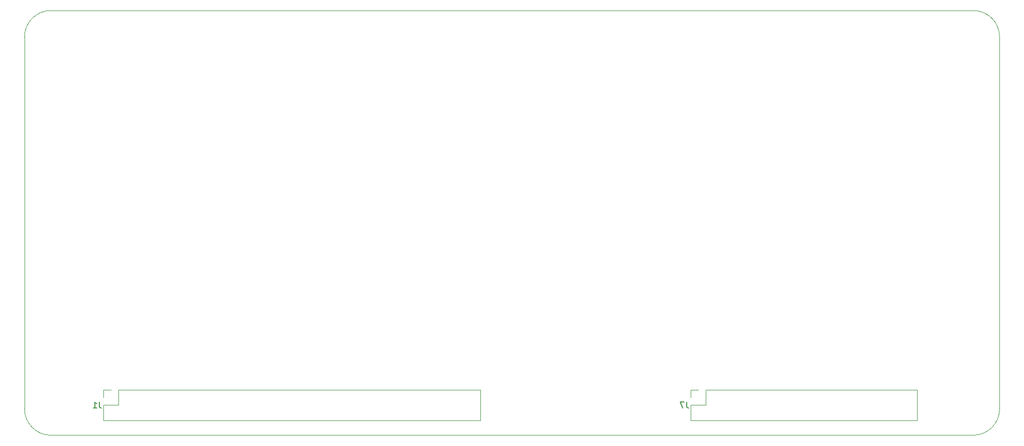
<source format=gbr>
G04 #@! TF.GenerationSoftware,KiCad,Pcbnew,(5.1.6)-1*
G04 #@! TF.CreationDate,2020-08-13T15:42:52-03:00*
G04 #@! TF.ProjectId,Jupiter-II_expansion,4a757069-7465-4722-9d49-495f65787061,rev?*
G04 #@! TF.SameCoordinates,Original*
G04 #@! TF.FileFunction,Legend,Bot*
G04 #@! TF.FilePolarity,Positive*
%FSLAX46Y46*%
G04 Gerber Fmt 4.6, Leading zero omitted, Abs format (unit mm)*
G04 Created by KiCad (PCBNEW (5.1.6)-1) date 2020-08-13 15:42:52*
%MOMM*%
%LPD*%
G01*
G04 APERTURE LIST*
G04 #@! TA.AperFunction,Profile*
%ADD10C,0.050000*%
G04 #@! TD*
%ADD11C,0.120000*%
%ADD12C,0.150000*%
G04 APERTURE END LIST*
D10*
X219075000Y-62865000D02*
G75*
G02*
X223520000Y-67310000I0J-4445000D01*
G01*
X59055000Y-67310000D02*
G75*
G02*
X63500000Y-62865000I4445000J0D01*
G01*
X219075000Y-62865000D02*
X63500000Y-62865000D01*
X223520000Y-130175000D02*
G75*
G02*
X219075000Y-134620000I-4445000J0D01*
G01*
X63500000Y-134620000D02*
G75*
G02*
X59055000Y-130175000I0J4445000D01*
G01*
X223520000Y-130175000D02*
X223520000Y-67310000D01*
X63500000Y-134620000D02*
X219075000Y-134620000D01*
X59055000Y-130175000D02*
X59055000Y-67310000D01*
D11*
X135950000Y-126940000D02*
X135950000Y-132140000D01*
X74930000Y-126940000D02*
X135950000Y-126940000D01*
X72330000Y-132140000D02*
X135950000Y-132140000D01*
X74930000Y-126940000D02*
X74930000Y-129540000D01*
X74930000Y-129540000D02*
X72330000Y-129540000D01*
X72330000Y-129540000D02*
X72330000Y-132140000D01*
X73660000Y-126940000D02*
X72330000Y-126940000D01*
X72330000Y-126940000D02*
X72330000Y-128270000D01*
X209610000Y-126940000D02*
X209610000Y-132140000D01*
X173990000Y-126940000D02*
X209610000Y-126940000D01*
X171390000Y-132140000D02*
X209610000Y-132140000D01*
X173990000Y-126940000D02*
X173990000Y-129540000D01*
X173990000Y-129540000D02*
X171390000Y-129540000D01*
X171390000Y-129540000D02*
X171390000Y-132140000D01*
X172720000Y-126940000D02*
X171390000Y-126940000D01*
X171390000Y-126940000D02*
X171390000Y-128270000D01*
D12*
X71663333Y-128992380D02*
X71663333Y-129706666D01*
X71710952Y-129849523D01*
X71806190Y-129944761D01*
X71949047Y-129992380D01*
X72044285Y-129992380D01*
X70663333Y-129992380D02*
X71234761Y-129992380D01*
X70949047Y-129992380D02*
X70949047Y-128992380D01*
X71044285Y-129135238D01*
X71139523Y-129230476D01*
X71234761Y-129278095D01*
X170723333Y-128992380D02*
X170723333Y-129706666D01*
X170770952Y-129849523D01*
X170866190Y-129944761D01*
X171009047Y-129992380D01*
X171104285Y-129992380D01*
X170342380Y-128992380D02*
X169675714Y-128992380D01*
X170104285Y-129992380D01*
M02*

</source>
